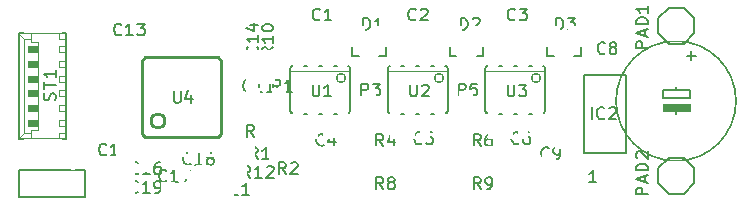
<source format=gbr>
G04 --- HEADER BEGIN --- *
%TF.GenerationSoftware,LibrePCB,LibrePCB,0.1.0*%
%TF.CreationDate,2018-04-15T17:46:50*%
%TF.ProjectId,Demo Brushless Controller Project - default,ace706f3-b818-4ce9-86ab-e3185109c18f,v1*%
%TF.Part,Single*%
%FSLAX66Y66*%
%MOMM*%
G01*
G74*
G04 --- HEADER END --- *
G04 --- APERTURE LIST BEGIN --- *
%ADD10C,0.1524*%
%ADD11C,0.254*%
%ADD12C,1.454X0.946*%
%ADD13C,0.0*%
%ADD14C,10.3124X10.0076*%
%ADD15C,0.2032*%
%ADD16C,0.0508*%
%ADD17C,0.9144X0.6096*%
%ADD18C,0.2*%
%ADD19P,2.74X8X22.5*%
%ADD20R,1.2X1.6*%
%ADD21R,5.28X2.0288*%
%ADD22R,1.3X1.2*%
%ADD23R,1.2X0.4*%
%ADD24R,0.4X1.2*%
%ADD25R,1.2X1.3*%
%ADD26C,2.74*%
%ADD27P,2.74X8X292.5*%
%ADD28R,2.4X3.8*%
%ADD29R,2.435X1.419*%
%ADD30R,0.8604X2.232*%
%ADD31R,1.2X1.2*%
%ADD32R,2.2X1.0*%
%ADD33R,3.2X2.3*%
%ADD34R,2.15X2.7*%
%ADD35C,1.2*%
G04 --- APERTURE LIST END --- *
G04 --- BOARD BEGIN --- *
D10*
X54356000Y15240000D02*
X54356000Y13970000D01*
X56515000Y13081000D02*
X57404000Y13970000D01*
X56515000Y16129000D02*
X57404000Y15240000D01*
X57404000Y15240000D02*
X57404000Y13970000D01*
X54356000Y15240000D02*
X55245000Y16129000D01*
X55245000Y16129000D02*
X56515000Y16129000D01*
X55245000Y13081000D02*
X54356000Y13970000D01*
X56515000Y13081000D02*
X55245000Y13081000D01*
X31267400Y12852400D02*
X31267400Y12039600D01*
X31267400Y12039600D02*
X30708600Y12039600D01*
X28422600Y12039600D02*
X28422600Y12852400D01*
X28981400Y12039600D02*
X28422600Y12039600D01*
X5810250Y101600D02*
X222250Y101600D01*
X222250Y2438400D01*
X5810250Y2438400D01*
X5810250Y101600D01*
D11*
X10595000Y11672500D02*
X10870000Y11947500D01*
X10870000Y11947500D02*
X17070000Y11947500D01*
X17070000Y11947500D02*
X17345000Y11672500D01*
X17345000Y11672500D02*
X17345000Y5472500D01*
X17345000Y5472500D02*
X17070000Y5197500D01*
X17070000Y5197500D02*
X10870000Y5197500D01*
X10870000Y5197500D02*
X10595000Y5472500D01*
X10595000Y5472500D02*
X10595000Y11672500D01*
D12*
X11970000Y6572500D03*
D10*
X55880000Y9398000D02*
X55880000Y9144000D01*
X55880000Y9144000D02*
X54737000Y9144000D01*
X54737000Y9144000D02*
X54737000Y8509000D01*
X54737000Y8509000D02*
X57023000Y8509000D01*
X57023000Y8509000D02*
X57023000Y9144000D01*
X57023000Y9144000D02*
X55880000Y9144000D01*
X55880000Y7620000D02*
X55880000Y7112000D01*
X57531000Y12065000D02*
X56769000Y12065000D01*
X57150000Y11684000D02*
X57150000Y12446000D01*
D13*
X54737000Y8001000D02*
X54737000Y7366000D01*
X57023000Y7366000D01*
X57023000Y8001000D01*
X54737000Y8001000D01*
G36*
X54737000Y8001000D02*
X54737000Y7366000D01*
X57023000Y7366000D01*
X57023000Y8001000D01*
X54737000Y8001000D01*
G37*
D14*
X55880000Y8255000D03*
D15*
X51625500Y10420750D02*
X48069500Y10420750D01*
X48069500Y3866750D01*
X51625500Y3866750D01*
X51625500Y10420750D01*
D10*
X54356000Y2540000D02*
X54356000Y1270000D01*
X56515000Y381000D02*
X57404000Y1270000D01*
X56515000Y3429000D02*
X57404000Y2540000D01*
X57404000Y2540000D02*
X57404000Y1270000D01*
X54356000Y2540000D02*
X55245000Y3429000D01*
X55245000Y3429000D02*
X56515000Y3429000D01*
X55245000Y381000D02*
X54356000Y1270000D01*
X56515000Y381000D02*
X55245000Y381000D01*
D16*
X36512500Y10807700D02*
X31432500Y10807700D01*
D10*
X36512500Y7429500D02*
G02*
X36258500Y7175500I254000J0D01*
G01*
X35369500Y7175500D02*
X35115500Y7175500D01*
X34099500Y7175500D02*
X33845500Y7175500D01*
X32829500Y7175500D02*
X32575500Y7175500D01*
X31686500Y7175500D02*
G02*
X31432500Y7429500I0J254000D01*
G01*
X35369500Y11239500D02*
X35115500Y11239500D01*
X34099500Y11239500D02*
X33845500Y11239500D01*
X32829500Y11239500D02*
X32575500Y11239500D01*
X31686500Y11239500D02*
G03*
X31432500Y10985500I0J254000D01*
G01*
X31432500Y7429500D02*
X31432500Y10985500D01*
X36512500Y7429500D02*
X36512500Y10985500D01*
X36512500Y10985500D02*
G03*
X36258500Y11239500I254000J0D01*
G01*
D17*
X35750500Y10223500D03*
D10*
X39522400Y12852400D02*
X39522400Y12039600D01*
X39522400Y12039600D02*
X38963600Y12039600D01*
X36677600Y12039600D02*
X36677600Y12852400D01*
X37236400Y12039600D02*
X36677600Y12039600D01*
D16*
X28257500Y10807700D02*
X23177500Y10807700D01*
D10*
X28257500Y7429500D02*
G02*
X28003500Y7175500I254000J0D01*
G01*
X27114500Y7175500D02*
X26860500Y7175500D01*
X25844500Y7175500D02*
X25590500Y7175500D01*
X24574500Y7175500D02*
X24320500Y7175500D01*
X23431500Y7175500D02*
G02*
X23177500Y7429500I0J254000D01*
G01*
X27114500Y11239500D02*
X26860500Y11239500D01*
X25844500Y11239500D02*
X25590500Y11239500D01*
X24574500Y11239500D02*
X24320500Y11239500D01*
X23431500Y11239500D02*
G03*
X23177500Y10985500I0J254000D01*
G01*
X23177500Y7429500D02*
X23177500Y10985500D01*
X28257500Y7429500D02*
X28257500Y10985500D01*
X28257500Y10985500D02*
G03*
X28003500Y11239500I254000J0D01*
G01*
D17*
X27495500Y10223500D03*
D16*
X44767500Y10807700D02*
X39687500Y10807700D01*
D10*
X44767500Y7429500D02*
G02*
X44513500Y7175500I254000J0D01*
G01*
X43624500Y7175500D02*
X43370500Y7175500D01*
X42354500Y7175500D02*
X42100500Y7175500D01*
X41084500Y7175500D02*
X40830500Y7175500D01*
X39941500Y7175500D02*
G02*
X39687500Y7429500I0J254000D01*
G01*
X43624500Y11239500D02*
X43370500Y11239500D01*
X42354500Y11239500D02*
X42100500Y11239500D01*
X41084500Y11239500D02*
X40830500Y11239500D01*
X39941500Y11239500D02*
G03*
X39687500Y10985500I0J254000D01*
G01*
X39687500Y7429500D02*
X39687500Y10985500D01*
X44767500Y7429500D02*
X44767500Y10985500D01*
X44767500Y10985500D02*
G03*
X44513500Y11239500I254000J0D01*
G01*
D17*
X44005500Y10223500D03*
D10*
X47777400Y12852400D02*
X47777400Y12039600D01*
X47777400Y12039600D02*
X47218600Y12039600D01*
X44932600Y12039600D02*
X44932600Y12852400D01*
X45491400Y12039600D02*
X44932600Y12039600D01*
D15*
X4232500Y5000000D02*
X4232500Y5525000D01*
X4232500Y5525000D02*
X4232500Y13525000D01*
X4232500Y13525000D02*
X4232500Y14050000D01*
X4232500Y14050000D02*
X232500Y14050000D01*
X232500Y14050000D02*
X232500Y13900000D01*
X232500Y13900000D02*
X232500Y5150000D01*
X232500Y5150000D02*
X232500Y5000000D01*
X232500Y5000000D02*
X4232500Y5000000D01*
D16*
X1232500Y5025000D02*
X1232500Y5525000D01*
X1232500Y5525000D02*
X1232500Y5775000D01*
X1232500Y5775000D02*
X1857500Y5775000D01*
X1857500Y5775000D02*
X1857500Y13275000D01*
X1232500Y13275000D02*
X1232500Y13525000D01*
X1232500Y13525000D02*
X1232500Y14025000D01*
X1232500Y13275000D02*
X1857500Y13275000D01*
X3607500Y5025000D02*
X3607500Y5525000D01*
X3607500Y5525000D02*
X4232500Y5525000D01*
X3607500Y13525000D02*
X3607500Y14025000D01*
X3607500Y13525000D02*
X4232500Y13525000D01*
X1232500Y5525000D02*
X607500Y5525000D01*
X607500Y5525000D02*
X607500Y13525000D01*
X607500Y13525000D02*
X1232500Y13525000D01*
X607500Y5525000D02*
X232500Y5150000D01*
X607500Y13525000D02*
X232500Y13900000D01*
X4107500Y6150000D02*
X3607500Y6150000D01*
X3607500Y6150000D02*
X3607500Y6650000D01*
X3607500Y6650000D02*
X4107500Y6650000D01*
X4107500Y7400000D02*
X3607500Y7400000D01*
X3607500Y7400000D02*
X3607500Y7900000D01*
X3607500Y7900000D02*
X4107500Y7900000D01*
X4107500Y8650000D02*
X3607500Y8650000D01*
X3607500Y8650000D02*
X3607500Y9150000D01*
X3607500Y9150000D02*
X4107500Y9150000D01*
X4107500Y9900000D02*
X3607500Y9900000D01*
X3607500Y9900000D02*
X3607500Y10400000D01*
X3607500Y10400000D02*
X4107500Y10400000D01*
X4107500Y11150000D02*
X3607500Y11150000D01*
X3607500Y11150000D02*
X3607500Y11650000D01*
X3607500Y11650000D02*
X4107500Y11650000D01*
X4107500Y12400000D02*
X3607500Y12400000D01*
X3607500Y12400000D02*
X3607500Y12900000D01*
X3607500Y12900000D02*
X4107500Y12900000D01*
D13*
X1857500Y6150000D02*
X1857500Y6650000D01*
X982500Y6650000D01*
X982500Y6150000D01*
X1857500Y6150000D01*
G36*
X1857500Y6150000D02*
X1857500Y6650000D01*
X982500Y6650000D01*
X982500Y6150000D01*
X1857500Y6150000D01*
G37*
X1857500Y7400000D02*
X1857500Y7900000D01*
X982500Y7900000D01*
X982500Y7400000D01*
X1857500Y7400000D01*
G36*
X1857500Y7400000D02*
X1857500Y7900000D01*
X982500Y7900000D01*
X982500Y7400000D01*
X1857500Y7400000D01*
G37*
X1857500Y8650000D02*
X1857500Y9150000D01*
X982500Y9150000D01*
X982500Y8650000D01*
X1857500Y8650000D01*
G36*
X1857500Y8650000D02*
X1857500Y9150000D01*
X982500Y9150000D01*
X982500Y8650000D01*
X1857500Y8650000D01*
G37*
X1857500Y9900000D02*
X1857500Y10400000D01*
X982500Y10400000D01*
X982500Y9900000D01*
X1857500Y9900000D01*
G36*
X1857500Y9900000D02*
X1857500Y10400000D01*
X982500Y10400000D01*
X982500Y9900000D01*
X1857500Y9900000D01*
G37*
X1857500Y11150000D02*
X1857500Y11650000D01*
X982500Y11650000D01*
X982500Y11150000D01*
X1857500Y11150000D01*
G36*
X1857500Y11150000D02*
X1857500Y11650000D01*
X982500Y11650000D01*
X982500Y11150000D01*
X1857500Y11150000D01*
G37*
X1857500Y12400000D02*
X1857500Y12900000D01*
X982500Y12900000D01*
X982500Y12400000D01*
X1857500Y12400000D01*
G36*
X1857500Y12400000D02*
X1857500Y12900000D01*
X982500Y12900000D01*
X982500Y12400000D01*
X1857500Y12400000D01*
G37*
D18*
X53467000Y12731750D02*
X52467000Y12731750D01*
X52467000Y13112861D01*
X52514778Y13208417D01*
X52562556Y13255083D01*
X52657000Y13302861D01*
X52800333Y13302861D01*
X52895889Y13255083D01*
X52943667Y13208417D01*
X52990333Y13112861D01*
X52990333Y12731750D01*
X53181444Y13798417D02*
X53181444Y14273972D01*
X53467000Y13702861D02*
X52467000Y14036194D01*
X53467000Y14369528D01*
X53467000Y14769528D02*
X52467000Y14769528D01*
X52467000Y15007306D01*
X52514778Y15150639D01*
X52610333Y15246195D01*
X52704778Y15292861D01*
X52895889Y15340639D01*
X53038111Y15340639D01*
X53229222Y15292861D01*
X53323667Y15246195D01*
X53419222Y15150639D01*
X53467000Y15007306D01*
X53467000Y14769528D01*
X53467000Y16311750D02*
X53467000Y15740639D01*
X53467000Y16026195D02*
X52467000Y16026195D01*
X52610333Y15930639D01*
X52704778Y15836195D01*
X52752556Y15740639D01*
X29368750Y14287500D02*
X29368750Y15287500D01*
X29606528Y15287500D01*
X29749861Y15239722D01*
X29845417Y15144167D01*
X29892083Y15049722D01*
X29939861Y14858611D01*
X29939861Y14716389D01*
X29892083Y14525278D01*
X29845417Y14430833D01*
X29749861Y14335278D01*
X29606528Y14287500D01*
X29368750Y14287500D01*
X30910972Y14287500D02*
X30339861Y14287500D01*
X30625417Y14287500D02*
X30625417Y15287500D01*
X30529861Y15144167D01*
X30435417Y15049722D01*
X30339861Y15001944D01*
X1587500Y730250D02*
X1587500Y1730250D01*
X1968611Y1730250D01*
X2064167Y1682472D01*
X2110833Y1634694D01*
X2158611Y1540250D01*
X2158611Y1396917D01*
X2110833Y1301361D01*
X2064167Y1253583D01*
X1968611Y1206917D01*
X1587500Y1206917D01*
X2654167Y1015806D02*
X3129722Y1015806D01*
X2558611Y730250D02*
X2891944Y1730250D01*
X3225278Y730250D01*
X3625278Y730250D02*
X3625278Y1730250D01*
X3863056Y1730250D01*
X4006389Y1682472D01*
X4101945Y1586917D01*
X4148611Y1492472D01*
X4196389Y1301361D01*
X4196389Y1159139D01*
X4148611Y968028D01*
X4101945Y873583D01*
X4006389Y778028D01*
X3863056Y730250D01*
X3625278Y730250D01*
X5073056Y1730250D02*
X4881945Y1730250D01*
X4786389Y1682472D01*
X4739722Y1634694D01*
X4644167Y1492472D01*
X4596389Y1301361D01*
X4596389Y920250D01*
X4644167Y825806D01*
X4691945Y778028D01*
X4786389Y730250D01*
X4977500Y730250D01*
X5073056Y778028D01*
X5119722Y825806D01*
X5167500Y920250D01*
X5167500Y1159139D01*
X5119722Y1253583D01*
X5073056Y1301361D01*
X4977500Y1349139D01*
X4786389Y1349139D01*
X4691945Y1301361D01*
X4644167Y1253583D01*
X4596389Y1159139D01*
X10302639Y571806D02*
X10254861Y524028D01*
X10112639Y476250D01*
X10017083Y476250D01*
X9873750Y524028D01*
X9779306Y619583D01*
X9731528Y714028D01*
X9683750Y905139D01*
X9683750Y1047361D01*
X9731528Y1238472D01*
X9779306Y1332917D01*
X9873750Y1428472D01*
X10017083Y1476250D01*
X10112639Y1476250D01*
X10254861Y1428472D01*
X10302639Y1380694D01*
X11273750Y476250D02*
X10702639Y476250D01*
X10988195Y476250D02*
X10988195Y1476250D01*
X10892639Y1332917D01*
X10798195Y1238472D01*
X10702639Y1190694D01*
X11769306Y476250D02*
X11959306Y476250D01*
X12054861Y524028D01*
X12102639Y571806D01*
X12197083Y714028D01*
X12244861Y905139D01*
X12244861Y1286250D01*
X12197083Y1380694D01*
X12150417Y1428472D01*
X12054861Y1476250D01*
X11863750Y1476250D01*
X11769306Y1428472D01*
X11721528Y1380694D01*
X11673750Y1286250D01*
X11673750Y1047361D01*
X11721528Y952917D01*
X11769306Y905139D01*
X11863750Y857361D01*
X12054861Y857361D01*
X12150417Y905139D01*
X12197083Y952917D01*
X12244861Y1047361D01*
X13335000Y9096250D02*
X13335000Y8286250D01*
X13382778Y8191806D01*
X13430556Y8144028D01*
X13525000Y8096250D01*
X13716111Y8096250D01*
X13811667Y8144028D01*
X13858333Y8191806D01*
X13906111Y8286250D01*
X13906111Y9096250D01*
X14782778Y8762917D02*
X14782778Y8096250D01*
X14543889Y9144028D02*
X14306111Y8429583D01*
X14925000Y8429583D01*
X39306111Y793750D02*
X38972778Y1270417D01*
X38735000Y793750D02*
X38735000Y1793750D01*
X39116111Y1793750D01*
X39211667Y1745972D01*
X39258333Y1698194D01*
X39306111Y1603750D01*
X39306111Y1460417D01*
X39258333Y1364861D01*
X39211667Y1317083D01*
X39116111Y1270417D01*
X38735000Y1270417D01*
X39801667Y793750D02*
X39991667Y793750D01*
X40087222Y841528D01*
X40135000Y889306D01*
X40229444Y1031528D01*
X40277222Y1222639D01*
X40277222Y1603750D01*
X40229444Y1698194D01*
X40182778Y1745972D01*
X40087222Y1793750D01*
X39896111Y1793750D01*
X39801667Y1745972D01*
X39753889Y1698194D01*
X39706111Y1603750D01*
X39706111Y1364861D01*
X39753889Y1270417D01*
X39801667Y1222639D01*
X39896111Y1174861D01*
X40087222Y1174861D01*
X40182778Y1222639D01*
X40229444Y1270417D01*
X40277222Y1364861D01*
X55800389Y5061256D02*
X55752611Y5013478D01*
X55610389Y4965700D01*
X55514833Y4965700D01*
X55371500Y5013478D01*
X55277056Y5109033D01*
X55229278Y5203478D01*
X55181500Y5394589D01*
X55181500Y5536811D01*
X55229278Y5727922D01*
X55277056Y5822367D01*
X55371500Y5917922D01*
X55514833Y5965700D01*
X55610389Y5965700D01*
X55752611Y5917922D01*
X55800389Y5870144D01*
X56200389Y5965700D02*
X56867056Y5965700D01*
X56438167Y4965700D01*
X49831389Y12319306D02*
X49783611Y12271528D01*
X49641389Y12223750D01*
X49545833Y12223750D01*
X49402500Y12271528D01*
X49308056Y12367083D01*
X49260278Y12461528D01*
X49212500Y12652639D01*
X49212500Y12794861D01*
X49260278Y12985972D01*
X49308056Y13080417D01*
X49402500Y13175972D01*
X49545833Y13223750D01*
X49641389Y13223750D01*
X49783611Y13175972D01*
X49831389Y13128194D01*
X50421389Y12794861D02*
X50326945Y12842639D01*
X50279167Y12890417D01*
X50231389Y12985972D01*
X50231389Y13033750D01*
X50279167Y13128194D01*
X50326945Y13175972D01*
X50421389Y13223750D01*
X50612500Y13223750D01*
X50708056Y13175972D01*
X50754722Y13128194D01*
X50802500Y13033750D01*
X50802500Y12985972D01*
X50754722Y12890417D01*
X50708056Y12842639D01*
X50612500Y12794861D01*
X50421389Y12794861D01*
X50326945Y12747083D01*
X50279167Y12700417D01*
X50231389Y12604861D01*
X50231389Y12413750D01*
X50279167Y12319306D01*
X50326945Y12271528D01*
X50421389Y12223750D01*
X50612500Y12223750D01*
X50708056Y12271528D01*
X50754722Y12319306D01*
X50802500Y12413750D01*
X50802500Y12604861D01*
X50754722Y12700417D01*
X50708056Y12747083D01*
X50612500Y12794861D01*
X19827639Y9144306D02*
X19779861Y9096528D01*
X19637639Y9048750D01*
X19542083Y9048750D01*
X19398750Y9096528D01*
X19304306Y9192083D01*
X19256528Y9286528D01*
X19208750Y9477639D01*
X19208750Y9619861D01*
X19256528Y9810972D01*
X19304306Y9905417D01*
X19398750Y10000972D01*
X19542083Y10048750D01*
X19637639Y10048750D01*
X19779861Y10000972D01*
X19827639Y9953194D01*
X20798750Y9048750D02*
X20227639Y9048750D01*
X20513195Y9048750D02*
X20513195Y10048750D01*
X20417639Y9905417D01*
X20323195Y9810972D01*
X20227639Y9763194D01*
X21769861Y9048750D02*
X21198750Y9048750D01*
X21484306Y9048750D02*
X21484306Y10048750D01*
X21388750Y9905417D01*
X21294306Y9810972D01*
X21198750Y9763194D01*
X39306111Y4445000D02*
X38972778Y4921667D01*
X38735000Y4445000D02*
X38735000Y5445000D01*
X39116111Y5445000D01*
X39211667Y5397222D01*
X39258333Y5349444D01*
X39306111Y5255000D01*
X39306111Y5111667D01*
X39258333Y5016111D01*
X39211667Y4968333D01*
X39116111Y4921667D01*
X38735000Y4921667D01*
X40182778Y5445000D02*
X39991667Y5445000D01*
X39896111Y5397222D01*
X39849444Y5349444D01*
X39753889Y5207222D01*
X39706111Y5016111D01*
X39706111Y4635000D01*
X39753889Y4540556D01*
X39801667Y4492778D01*
X39896111Y4445000D01*
X40087222Y4445000D01*
X40182778Y4492778D01*
X40229444Y4540556D01*
X40277222Y4635000D01*
X40277222Y4873889D01*
X40229444Y4968333D01*
X40182778Y5016111D01*
X40087222Y5063889D01*
X39896111Y5063889D01*
X39801667Y5016111D01*
X39753889Y4968333D01*
X39706111Y4873889D01*
X20383194Y12842639D02*
X20430972Y12794861D01*
X20478750Y12652639D01*
X20478750Y12557083D01*
X20430972Y12413750D01*
X20335417Y12319306D01*
X20240972Y12271528D01*
X20049861Y12223750D01*
X19907639Y12223750D01*
X19716528Y12271528D01*
X19622083Y12319306D01*
X19526528Y12413750D01*
X19478750Y12557083D01*
X19478750Y12652639D01*
X19526528Y12794861D01*
X19574306Y12842639D01*
X20478750Y13813750D02*
X20478750Y13242639D01*
X20478750Y13528195D02*
X19478750Y13528195D01*
X19622083Y13432639D01*
X19716528Y13338195D01*
X19764306Y13242639D01*
X19812083Y14690417D02*
X20478750Y14690417D01*
X19430972Y14451528D02*
X20145417Y14213750D01*
X20145417Y14832639D01*
X22319861Y9048750D02*
X21986528Y9525417D01*
X21748750Y9048750D02*
X21748750Y10048750D01*
X22129861Y10048750D01*
X22225417Y10000972D01*
X22272083Y9953194D01*
X22319861Y9858750D01*
X22319861Y9715417D01*
X22272083Y9619861D01*
X22225417Y9572083D01*
X22129861Y9525417D01*
X21748750Y9525417D01*
X23290972Y9048750D02*
X22719861Y9048750D01*
X23005417Y9048750D02*
X23005417Y10048750D01*
X22909861Y9905417D01*
X22815417Y9810972D01*
X22719861Y9763194D01*
X42528889Y4699306D02*
X42481111Y4651528D01*
X42338889Y4603750D01*
X42243333Y4603750D01*
X42100000Y4651528D01*
X42005556Y4747083D01*
X41957778Y4841528D01*
X41910000Y5032639D01*
X41910000Y5174861D01*
X41957778Y5365972D01*
X42005556Y5460417D01*
X42100000Y5555972D01*
X42243333Y5603750D01*
X42338889Y5603750D01*
X42481111Y5555972D01*
X42528889Y5508194D01*
X43405556Y5603750D02*
X43214445Y5603750D01*
X43118889Y5555972D01*
X43072222Y5508194D01*
X42976667Y5365972D01*
X42928889Y5174861D01*
X42928889Y4793750D01*
X42976667Y4699306D01*
X43024445Y4651528D01*
X43118889Y4603750D01*
X43310000Y4603750D01*
X43405556Y4651528D01*
X43452222Y4699306D01*
X43500000Y4793750D01*
X43500000Y5032639D01*
X43452222Y5127083D01*
X43405556Y5174861D01*
X43310000Y5222639D01*
X43118889Y5222639D01*
X43024445Y5174861D01*
X42976667Y5127083D01*
X42928889Y5032639D01*
X7603889Y3746806D02*
X7556111Y3699028D01*
X7413889Y3651250D01*
X7318333Y3651250D01*
X7175000Y3699028D01*
X7080556Y3794583D01*
X7032778Y3889028D01*
X6985000Y4080139D01*
X6985000Y4222361D01*
X7032778Y4413472D01*
X7080556Y4507917D01*
X7175000Y4603472D01*
X7318333Y4651250D01*
X7413889Y4651250D01*
X7556111Y4603472D01*
X7603889Y4555694D01*
X8575000Y3651250D02*
X8003889Y3651250D01*
X8289445Y3651250D02*
X8289445Y4651250D01*
X8193889Y4507917D01*
X8099445Y4413472D01*
X8003889Y4365694D01*
X9498333Y4651250D02*
X9022778Y4651250D01*
X8975000Y4174583D01*
X9022778Y4222361D01*
X9118333Y4270139D01*
X9356111Y4270139D01*
X9451667Y4222361D01*
X9498333Y4174583D01*
X9546111Y4080139D01*
X9546111Y3841250D01*
X9498333Y3746806D01*
X9451667Y3699028D01*
X9356111Y3651250D01*
X9118333Y3651250D01*
X9022778Y3699028D01*
X8975000Y3746806D01*
X20414861Y3333750D02*
X20081528Y3810417D01*
X19843750Y3333750D02*
X19843750Y4333750D01*
X20224861Y4333750D01*
X20320417Y4285972D01*
X20367083Y4238194D01*
X20414861Y4143750D01*
X20414861Y4000417D01*
X20367083Y3904861D01*
X20320417Y3857083D01*
X20224861Y3810417D01*
X19843750Y3810417D01*
X21385972Y3333750D02*
X20814861Y3333750D01*
X21100417Y3333750D02*
X21100417Y4333750D01*
X21004861Y4190417D01*
X20910417Y4095972D01*
X20814861Y4048194D01*
X22357083Y3333750D02*
X21785972Y3333750D01*
X22071528Y3333750D02*
X22071528Y4333750D01*
X21975972Y4190417D01*
X21881528Y4095972D01*
X21785972Y4048194D01*
X48736250Y6718300D02*
X48736250Y7718300D01*
X49755139Y6813856D02*
X49707361Y6766078D01*
X49565139Y6718300D01*
X49469583Y6718300D01*
X49326250Y6766078D01*
X49231806Y6861633D01*
X49184028Y6956078D01*
X49136250Y7147189D01*
X49136250Y7289411D01*
X49184028Y7480522D01*
X49231806Y7574967D01*
X49326250Y7670522D01*
X49469583Y7718300D01*
X49565139Y7718300D01*
X49707361Y7670522D01*
X49755139Y7622744D01*
X50202917Y7622744D02*
X50250695Y7670522D01*
X50345139Y7718300D01*
X50584028Y7718300D01*
X50678472Y7670522D01*
X50726250Y7622744D01*
X50774028Y7528300D01*
X50774028Y7432744D01*
X50726250Y7289411D01*
X50155139Y6718300D01*
X50774028Y6718300D01*
X29781111Y8731250D02*
X29447778Y9207917D01*
X29210000Y8731250D02*
X29210000Y9731250D01*
X29591111Y9731250D01*
X29686667Y9683472D01*
X29733333Y9635694D01*
X29781111Y9541250D01*
X29781111Y9397917D01*
X29733333Y9302361D01*
X29686667Y9254583D01*
X29591111Y9207917D01*
X29210000Y9207917D01*
X30181111Y9731250D02*
X30800000Y9731250D01*
X30466667Y9350139D01*
X30610000Y9350139D01*
X30704444Y9302361D01*
X30752222Y9254583D01*
X30800000Y9160139D01*
X30800000Y8921250D01*
X30752222Y8826806D01*
X30704444Y8779028D01*
X30610000Y8731250D01*
X30324444Y8731250D01*
X30228889Y8779028D01*
X30181111Y8826806D01*
X12683889Y1524306D02*
X12636111Y1476528D01*
X12493889Y1428750D01*
X12398333Y1428750D01*
X12255000Y1476528D01*
X12160556Y1572083D01*
X12112778Y1666528D01*
X12065000Y1857639D01*
X12065000Y1999861D01*
X12112778Y2190972D01*
X12160556Y2285417D01*
X12255000Y2380972D01*
X12398333Y2428750D01*
X12493889Y2428750D01*
X12636111Y2380972D01*
X12683889Y2333194D01*
X13655000Y1428750D02*
X13083889Y1428750D01*
X13369445Y1428750D02*
X13369445Y2428750D01*
X13273889Y2285417D01*
X13179445Y2190972D01*
X13083889Y2143194D01*
X14055000Y2428750D02*
X14721667Y2428750D01*
X14292778Y1428750D01*
X25701389Y15176806D02*
X25653611Y15129028D01*
X25511389Y15081250D01*
X25415833Y15081250D01*
X25272500Y15129028D01*
X25178056Y15224583D01*
X25130278Y15319028D01*
X25082500Y15510139D01*
X25082500Y15652361D01*
X25130278Y15843472D01*
X25178056Y15937917D01*
X25272500Y16033472D01*
X25415833Y16081250D01*
X25511389Y16081250D01*
X25653611Y16033472D01*
X25701389Y15985694D01*
X26672500Y15081250D02*
X26101389Y15081250D01*
X26386945Y15081250D02*
X26386945Y16081250D01*
X26291389Y15937917D01*
X26196945Y15843472D01*
X26101389Y15795694D01*
X19779861Y1746250D02*
X19446528Y2222917D01*
X19208750Y1746250D02*
X19208750Y2746250D01*
X19589861Y2746250D01*
X19685417Y2698472D01*
X19732083Y2650694D01*
X19779861Y2556250D01*
X19779861Y2412917D01*
X19732083Y2317361D01*
X19685417Y2269583D01*
X19589861Y2222917D01*
X19208750Y2222917D01*
X20750972Y1746250D02*
X20179861Y1746250D01*
X20465417Y1746250D02*
X20465417Y2746250D01*
X20369861Y2602917D01*
X20275417Y2508472D01*
X20179861Y2460694D01*
X21198750Y2650694D02*
X21246528Y2698472D01*
X21340972Y2746250D01*
X21579861Y2746250D01*
X21674305Y2698472D01*
X21722083Y2650694D01*
X21769861Y2556250D01*
X21769861Y2460694D01*
X21722083Y2317361D01*
X21150972Y1746250D01*
X21769861Y1746250D01*
X53467000Y349250D02*
X52467000Y349250D01*
X52467000Y730361D01*
X52514778Y825917D01*
X52562556Y872583D01*
X52657000Y920361D01*
X52800333Y920361D01*
X52895889Y872583D01*
X52943667Y825917D01*
X52990333Y730361D01*
X52990333Y349250D01*
X53181444Y1415917D02*
X53181444Y1891472D01*
X53467000Y1320361D02*
X52467000Y1653694D01*
X53467000Y1987028D01*
X53467000Y2387028D02*
X52467000Y2387028D01*
X52467000Y2624806D01*
X52514778Y2768139D01*
X52610333Y2863695D01*
X52704778Y2910361D01*
X52895889Y2958139D01*
X53038111Y2958139D01*
X53229222Y2910361D01*
X53323667Y2863695D01*
X53419222Y2768139D01*
X53467000Y2624806D01*
X53467000Y2387028D01*
X52562556Y3405917D02*
X52514778Y3453695D01*
X52467000Y3548139D01*
X52467000Y3787028D01*
X52514778Y3881472D01*
X52562556Y3929250D01*
X52657000Y3977028D01*
X52752556Y3977028D01*
X52895889Y3929250D01*
X53467000Y3358139D01*
X53467000Y3977028D01*
X21748750Y12794861D02*
X21272083Y12461528D01*
X21748750Y12223750D02*
X20748750Y12223750D01*
X20748750Y12604861D01*
X20796528Y12700417D01*
X20844306Y12747083D01*
X20938750Y12794861D01*
X21082083Y12794861D01*
X21177639Y12747083D01*
X21225417Y12700417D01*
X21272083Y12604861D01*
X21272083Y12223750D01*
X21748750Y13765972D02*
X21748750Y13194861D01*
X21748750Y13480417D02*
X20748750Y13480417D01*
X20892083Y13384861D01*
X20986528Y13290417D01*
X21034306Y13194861D01*
X20748750Y14403750D02*
X20748750Y14499305D01*
X20796528Y14594861D01*
X20844306Y14642639D01*
X20938750Y14689305D01*
X21129861Y14737083D01*
X21367639Y14737083D01*
X21558750Y14689305D01*
X21653194Y14642639D01*
X21700972Y14594861D01*
X21748750Y14499305D01*
X21748750Y14403750D01*
X21700972Y14309305D01*
X21653194Y14261528D01*
X21558750Y14213750D01*
X21367639Y14165972D01*
X21129861Y14165972D01*
X20938750Y14213750D01*
X20844306Y14261528D01*
X20796528Y14309305D01*
X20748750Y14403750D01*
X45068889Y3429306D02*
X45021111Y3381528D01*
X44878889Y3333750D01*
X44783333Y3333750D01*
X44640000Y3381528D01*
X44545556Y3477083D01*
X44497778Y3571528D01*
X44450000Y3762639D01*
X44450000Y3904861D01*
X44497778Y4095972D01*
X44545556Y4190417D01*
X44640000Y4285972D01*
X44783333Y4333750D01*
X44878889Y4333750D01*
X45021111Y4285972D01*
X45068889Y4238194D01*
X45564445Y3333750D02*
X45754445Y3333750D01*
X45850000Y3381528D01*
X45897778Y3429306D01*
X45992222Y3571528D01*
X46040000Y3762639D01*
X46040000Y4143750D01*
X45992222Y4238194D01*
X45945556Y4285972D01*
X45850000Y4333750D01*
X45658889Y4333750D01*
X45564445Y4285972D01*
X45516667Y4238194D01*
X45468889Y4143750D01*
X45468889Y3904861D01*
X45516667Y3810417D01*
X45564445Y3762639D01*
X45658889Y3714861D01*
X45850000Y3714861D01*
X45945556Y3762639D01*
X45992222Y3810417D01*
X46040000Y3904861D01*
X42211389Y15176806D02*
X42163611Y15129028D01*
X42021389Y15081250D01*
X41925833Y15081250D01*
X41782500Y15129028D01*
X41688056Y15224583D01*
X41640278Y15319028D01*
X41592500Y15510139D01*
X41592500Y15652361D01*
X41640278Y15843472D01*
X41688056Y15937917D01*
X41782500Y16033472D01*
X41925833Y16081250D01*
X42021389Y16081250D01*
X42163611Y16033472D01*
X42211389Y15985694D01*
X42611389Y16081250D02*
X43230278Y16081250D01*
X42896945Y15700139D01*
X43040278Y15700139D01*
X43134722Y15652361D01*
X43182500Y15604583D01*
X43230278Y15510139D01*
X43230278Y15271250D01*
X43182500Y15176806D01*
X43134722Y15129028D01*
X43040278Y15081250D01*
X42754722Y15081250D01*
X42659167Y15129028D01*
X42611389Y15176806D01*
X26018889Y4540556D02*
X25971111Y4492778D01*
X25828889Y4445000D01*
X25733333Y4445000D01*
X25590000Y4492778D01*
X25495556Y4588333D01*
X25447778Y4682778D01*
X25400000Y4873889D01*
X25400000Y5016111D01*
X25447778Y5207222D01*
X25495556Y5301667D01*
X25590000Y5397222D01*
X25733333Y5445000D01*
X25828889Y5445000D01*
X25971111Y5397222D01*
X26018889Y5349444D01*
X26895556Y5111667D02*
X26895556Y4445000D01*
X26656667Y5492778D02*
X26418889Y4778333D01*
X27037778Y4778333D01*
X38036111Y8731250D02*
X37702778Y9207917D01*
X37465000Y8731250D02*
X37465000Y9731250D01*
X37846111Y9731250D01*
X37941667Y9683472D01*
X37988333Y9635694D01*
X38036111Y9541250D01*
X38036111Y9397917D01*
X37988333Y9302361D01*
X37941667Y9254583D01*
X37846111Y9207917D01*
X37465000Y9207917D01*
X38959444Y9731250D02*
X38483889Y9731250D01*
X38436111Y9254583D01*
X38483889Y9302361D01*
X38579444Y9350139D01*
X38817222Y9350139D01*
X38912778Y9302361D01*
X38959444Y9254583D01*
X39007222Y9160139D01*
X39007222Y8921250D01*
X38959444Y8826806D01*
X38912778Y8779028D01*
X38817222Y8731250D01*
X38579444Y8731250D01*
X38483889Y8779028D01*
X38436111Y8826806D01*
X33337500Y9636000D02*
X33337500Y8826000D01*
X33385278Y8731556D01*
X33433056Y8683778D01*
X33527500Y8636000D01*
X33718611Y8636000D01*
X33814167Y8683778D01*
X33860833Y8731556D01*
X33908611Y8826000D01*
X33908611Y9636000D01*
X34356389Y9540444D02*
X34404167Y9588222D01*
X34498611Y9636000D01*
X34737500Y9636000D01*
X34831944Y9588222D01*
X34879722Y9540444D01*
X34927500Y9446000D01*
X34927500Y9350444D01*
X34879722Y9207111D01*
X34308611Y8636000D01*
X34927500Y8636000D01*
X22796111Y2063750D02*
X22462778Y2540417D01*
X22225000Y2063750D02*
X22225000Y3063750D01*
X22606111Y3063750D01*
X22701667Y3015972D01*
X22748333Y2968194D01*
X22796111Y2873750D01*
X22796111Y2730417D01*
X22748333Y2634861D01*
X22701667Y2587083D01*
X22606111Y2540417D01*
X22225000Y2540417D01*
X23243889Y2968194D02*
X23291667Y3015972D01*
X23386111Y3063750D01*
X23625000Y3063750D01*
X23719444Y3015972D01*
X23767222Y2968194D01*
X23815000Y2873750D01*
X23815000Y2778194D01*
X23767222Y2634861D01*
X23196111Y2063750D01*
X23815000Y2063750D01*
X10302639Y2159306D02*
X10254861Y2111528D01*
X10112639Y2063750D01*
X10017083Y2063750D01*
X9873750Y2111528D01*
X9779306Y2207083D01*
X9731528Y2301528D01*
X9683750Y2492639D01*
X9683750Y2634861D01*
X9731528Y2825972D01*
X9779306Y2920417D01*
X9873750Y3015972D01*
X10017083Y3063750D01*
X10112639Y3063750D01*
X10254861Y3015972D01*
X10302639Y2968194D01*
X11273750Y2063750D02*
X10702639Y2063750D01*
X10988195Y2063750D02*
X10988195Y3063750D01*
X10892639Y2920417D01*
X10798195Y2825972D01*
X10702639Y2778194D01*
X12150417Y3063750D02*
X11959306Y3063750D01*
X11863750Y3015972D01*
X11817083Y2968194D01*
X11721528Y2825972D01*
X11673750Y2634861D01*
X11673750Y2253750D01*
X11721528Y2159306D01*
X11769306Y2111528D01*
X11863750Y2063750D01*
X12054861Y2063750D01*
X12150417Y2111528D01*
X12197083Y2159306D01*
X12244861Y2253750D01*
X12244861Y2492639D01*
X12197083Y2587083D01*
X12150417Y2634861D01*
X12054861Y2682639D01*
X11863750Y2682639D01*
X11769306Y2634861D01*
X11721528Y2587083D01*
X11673750Y2492639D01*
X37623750Y14287500D02*
X37623750Y15287500D01*
X37861528Y15287500D01*
X38004861Y15239722D01*
X38100417Y15144167D01*
X38147083Y15049722D01*
X38194861Y14858611D01*
X38194861Y14716389D01*
X38147083Y14525278D01*
X38100417Y14430833D01*
X38004861Y14335278D01*
X37861528Y14287500D01*
X37623750Y14287500D01*
X38642639Y15191944D02*
X38690417Y15239722D01*
X38784861Y15287500D01*
X39023750Y15287500D01*
X39118194Y15239722D01*
X39165972Y15191944D01*
X39213750Y15097500D01*
X39213750Y15001944D01*
X39165972Y14858611D01*
X38594861Y14287500D01*
X39213750Y14287500D01*
X34273889Y4699306D02*
X34226111Y4651528D01*
X34083889Y4603750D01*
X33988333Y4603750D01*
X33845000Y4651528D01*
X33750556Y4747083D01*
X33702778Y4841528D01*
X33655000Y5032639D01*
X33655000Y5174861D01*
X33702778Y5365972D01*
X33750556Y5460417D01*
X33845000Y5555972D01*
X33988333Y5603750D01*
X34083889Y5603750D01*
X34226111Y5555972D01*
X34273889Y5508194D01*
X35197222Y5603750D02*
X34721667Y5603750D01*
X34673889Y5127083D01*
X34721667Y5174861D01*
X34817222Y5222639D01*
X35055000Y5222639D01*
X35150556Y5174861D01*
X35197222Y5127083D01*
X35245000Y5032639D01*
X35245000Y4793750D01*
X35197222Y4699306D01*
X35150556Y4651528D01*
X35055000Y4603750D01*
X34817222Y4603750D01*
X34721667Y4651528D01*
X34673889Y4699306D01*
X25082500Y9636000D02*
X25082500Y8826000D01*
X25130278Y8731556D01*
X25178056Y8683778D01*
X25272500Y8636000D01*
X25463611Y8636000D01*
X25559167Y8683778D01*
X25605833Y8731556D01*
X25653611Y8826000D01*
X25653611Y9636000D01*
X26624722Y8636000D02*
X26053611Y8636000D01*
X26339167Y8636000D02*
X26339167Y9636000D01*
X26243611Y9492667D01*
X26149167Y9398222D01*
X26053611Y9350444D01*
X41592500Y9636000D02*
X41592500Y8826000D01*
X41640278Y8731556D01*
X41688056Y8683778D01*
X41782500Y8636000D01*
X41973611Y8636000D01*
X42069167Y8683778D01*
X42115833Y8731556D01*
X42163611Y8826000D01*
X42163611Y9636000D01*
X42563611Y9636000D02*
X43182500Y9636000D01*
X42849167Y9254889D01*
X42992500Y9254889D01*
X43086944Y9207111D01*
X43134722Y9159333D01*
X43182500Y9064889D01*
X43182500Y8826000D01*
X43134722Y8731556D01*
X43086944Y8683778D01*
X42992500Y8636000D01*
X42706944Y8636000D01*
X42611389Y8683778D01*
X42563611Y8731556D01*
X18732917Y317500D02*
X18256250Y317500D01*
X18256250Y1317500D01*
X19704028Y317500D02*
X19132917Y317500D01*
X19418473Y317500D02*
X19418473Y1317500D01*
X19322917Y1174167D01*
X19228473Y1079722D01*
X19132917Y1031944D01*
X45720000Y14287500D02*
X45720000Y15287500D01*
X45957778Y15287500D01*
X46101111Y15239722D01*
X46196667Y15144167D01*
X46243333Y15049722D01*
X46291111Y14858611D01*
X46291111Y14716389D01*
X46243333Y14525278D01*
X46196667Y14430833D01*
X46101111Y14335278D01*
X45957778Y14287500D01*
X45720000Y14287500D01*
X46691111Y15287500D02*
X47310000Y15287500D01*
X46976667Y14906389D01*
X47120000Y14906389D01*
X47214444Y14858611D01*
X47262222Y14810833D01*
X47310000Y14716389D01*
X47310000Y14477500D01*
X47262222Y14383056D01*
X47214444Y14335278D01*
X47120000Y14287500D01*
X46834444Y14287500D01*
X46738889Y14335278D01*
X46691111Y14383056D01*
X8873889Y13906806D02*
X8826111Y13859028D01*
X8683889Y13811250D01*
X8588333Y13811250D01*
X8445000Y13859028D01*
X8350556Y13954583D01*
X8302778Y14049028D01*
X8255000Y14240139D01*
X8255000Y14382361D01*
X8302778Y14573472D01*
X8350556Y14667917D01*
X8445000Y14763472D01*
X8588333Y14811250D01*
X8683889Y14811250D01*
X8826111Y14763472D01*
X8873889Y14715694D01*
X9845000Y13811250D02*
X9273889Y13811250D01*
X9559445Y13811250D02*
X9559445Y14811250D01*
X9463889Y14667917D01*
X9369445Y14573472D01*
X9273889Y14525694D01*
X10245000Y14811250D02*
X10863889Y14811250D01*
X10530556Y14430139D01*
X10673889Y14430139D01*
X10768333Y14382361D01*
X10816111Y14334583D01*
X10863889Y14240139D01*
X10863889Y14001250D01*
X10816111Y13906806D01*
X10768333Y13859028D01*
X10673889Y13811250D01*
X10388333Y13811250D01*
X10292778Y13859028D01*
X10245000Y13906806D01*
X3268472Y8325000D02*
X3316250Y8468333D01*
X3316250Y8706111D01*
X3268472Y8801667D01*
X3220694Y8848333D01*
X3126250Y8896111D01*
X3030694Y8896111D01*
X2935139Y8848333D01*
X2887361Y8801667D01*
X2839583Y8706111D01*
X2792917Y8515000D01*
X2745139Y8420556D01*
X2697361Y8372778D01*
X2601806Y8325000D01*
X2506250Y8325000D01*
X2411806Y8372778D01*
X2364028Y8420556D01*
X2316250Y8515000D01*
X2316250Y8753889D01*
X2364028Y8896111D01*
X2316250Y9296111D02*
X2316250Y9867222D01*
X3316250Y9581667D02*
X2316250Y9581667D01*
X3316250Y10838333D02*
X3316250Y10267222D01*
X3316250Y10552778D02*
X2316250Y10552778D01*
X2459583Y10457222D01*
X2554028Y10362778D01*
X2601806Y10267222D01*
X31051111Y793750D02*
X30717778Y1270417D01*
X30480000Y793750D02*
X30480000Y1793750D01*
X30861111Y1793750D01*
X30956667Y1745972D01*
X31003333Y1698194D01*
X31051111Y1603750D01*
X31051111Y1460417D01*
X31003333Y1364861D01*
X30956667Y1317083D01*
X30861111Y1270417D01*
X30480000Y1270417D01*
X31641111Y1364861D02*
X31546667Y1412639D01*
X31498889Y1460417D01*
X31451111Y1555972D01*
X31451111Y1603750D01*
X31498889Y1698194D01*
X31546667Y1745972D01*
X31641111Y1793750D01*
X31832222Y1793750D01*
X31927778Y1745972D01*
X31974444Y1698194D01*
X32022222Y1603750D01*
X32022222Y1555972D01*
X31974444Y1460417D01*
X31927778Y1412639D01*
X31832222Y1364861D01*
X31641111Y1364861D01*
X31546667Y1317083D01*
X31498889Y1270417D01*
X31451111Y1174861D01*
X31451111Y983750D01*
X31498889Y889306D01*
X31546667Y841528D01*
X31641111Y793750D01*
X31832222Y793750D01*
X31927778Y841528D01*
X31974444Y889306D01*
X32022222Y983750D01*
X32022222Y1174861D01*
X31974444Y1270417D01*
X31927778Y1317083D01*
X31832222Y1364861D01*
X31051111Y4445000D02*
X30717778Y4921667D01*
X30480000Y4445000D02*
X30480000Y5445000D01*
X30861111Y5445000D01*
X30956667Y5397222D01*
X31003333Y5349444D01*
X31051111Y5255000D01*
X31051111Y5111667D01*
X31003333Y5016111D01*
X30956667Y4968333D01*
X30861111Y4921667D01*
X30480000Y4921667D01*
X31927778Y5111667D02*
X31927778Y4445000D01*
X31688889Y5492778D02*
X31451111Y4778333D01*
X32070000Y4778333D01*
X14747639Y2953056D02*
X14699861Y2905278D01*
X14557639Y2857500D01*
X14462083Y2857500D01*
X14318750Y2905278D01*
X14224306Y3000833D01*
X14176528Y3095278D01*
X14128750Y3286389D01*
X14128750Y3428611D01*
X14176528Y3619722D01*
X14224306Y3714167D01*
X14318750Y3809722D01*
X14462083Y3857500D01*
X14557639Y3857500D01*
X14699861Y3809722D01*
X14747639Y3761944D01*
X15718750Y2857500D02*
X15147639Y2857500D01*
X15433195Y2857500D02*
X15433195Y3857500D01*
X15337639Y3714167D01*
X15243195Y3619722D01*
X15147639Y3571944D01*
X16308750Y3428611D02*
X16214306Y3476389D01*
X16166528Y3524167D01*
X16118750Y3619722D01*
X16118750Y3667500D01*
X16166528Y3761944D01*
X16214306Y3809722D01*
X16308750Y3857500D01*
X16499861Y3857500D01*
X16595417Y3809722D01*
X16642083Y3761944D01*
X16689861Y3667500D01*
X16689861Y3619722D01*
X16642083Y3524167D01*
X16595417Y3476389D01*
X16499861Y3428611D01*
X16308750Y3428611D01*
X16214306Y3380833D01*
X16166528Y3334167D01*
X16118750Y3238611D01*
X16118750Y3047500D01*
X16166528Y2953056D01*
X16214306Y2905278D01*
X16308750Y2857500D01*
X16499861Y2857500D01*
X16595417Y2905278D01*
X16642083Y2953056D01*
X16689861Y3047500D01*
X16689861Y3238611D01*
X16642083Y3334167D01*
X16595417Y3380833D01*
X16499861Y3428611D01*
X33797639Y15176806D02*
X33749861Y15129028D01*
X33607639Y15081250D01*
X33512083Y15081250D01*
X33368750Y15129028D01*
X33274306Y15224583D01*
X33226528Y15319028D01*
X33178750Y15510139D01*
X33178750Y15652361D01*
X33226528Y15843472D01*
X33274306Y15937917D01*
X33368750Y16033472D01*
X33512083Y16081250D01*
X33607639Y16081250D01*
X33749861Y16033472D01*
X33797639Y15985694D01*
X34245417Y15985694D02*
X34293195Y16033472D01*
X34387639Y16081250D01*
X34626528Y16081250D01*
X34720972Y16033472D01*
X34768750Y15985694D01*
X34816528Y15891250D01*
X34816528Y15795694D01*
X34768750Y15652361D01*
X34197639Y15081250D01*
X34816528Y15081250D01*
X48109029Y1464306D02*
X48061251Y1416528D01*
X47919029Y1368750D01*
X47823473Y1368750D01*
X47680140Y1416528D01*
X47585696Y1512083D01*
X47537918Y1606528D01*
X47490140Y1797639D01*
X47490140Y1939861D01*
X47537918Y2130972D01*
X47585696Y2225417D01*
X47680140Y2320972D01*
X47823473Y2368750D01*
X47919029Y2368750D01*
X48061251Y2320972D01*
X48109029Y2273194D01*
X49080140Y1368750D02*
X48509029Y1368750D01*
X48794585Y1368750D02*
X48794585Y2368750D01*
X48699029Y2225417D01*
X48604585Y2130972D01*
X48509029Y2083194D01*
X49717918Y2368750D02*
X49813473Y2368750D01*
X49909029Y2320972D01*
X49956807Y2273194D01*
X50003473Y2178750D01*
X50051251Y1987639D01*
X50051251Y1749861D01*
X50003473Y1558750D01*
X49956807Y1464306D01*
X49909029Y1416528D01*
X49813473Y1368750D01*
X49717918Y1368750D01*
X49623473Y1416528D01*
X49575696Y1464306D01*
X49527918Y1558750D01*
X49480140Y1749861D01*
X49480140Y1987639D01*
X49527918Y2178750D01*
X49575696Y2273194D01*
X49623473Y2320972D01*
X49717918Y2368750D01*
X20097361Y5238750D02*
X19764028Y5715417D01*
X19526250Y5238750D02*
X19526250Y6238750D01*
X19907361Y6238750D01*
X20002917Y6190972D01*
X20049583Y6143194D01*
X20097361Y6048750D01*
X20097361Y5905417D01*
X20049583Y5809861D01*
X20002917Y5762083D01*
X19907361Y5715417D01*
X19526250Y5715417D01*
X20497361Y6238750D02*
X21164028Y6238750D01*
X20735139Y5238750D01*
%LPC*%
D19*
X55880000Y14605000D03*
D20*
X30795000Y13800000D03*
X29845000Y11600000D03*
X28895000Y13800000D03*
D21*
X3016250Y1270000D03*
D22*
X7722500Y952500D03*
X9422500Y952500D03*
D23*
X9470000Y6322500D03*
D24*
X14720000Y13072500D03*
D23*
X9470000Y7322500D03*
D24*
X11720000Y13072500D03*
D23*
X9470000Y10322500D03*
X18470000Y9822500D03*
X18470000Y7322500D03*
D24*
X12720000Y4072500D03*
X13720000Y13072500D03*
X14720000Y4072500D03*
D23*
X18470000Y7822500D03*
X9470000Y9322500D03*
D24*
X12220000Y4072500D03*
X16720000Y13072500D03*
D23*
X18470000Y5822500D03*
D24*
X11220000Y4072500D03*
X11220000Y13072500D03*
D23*
X9470000Y5822500D03*
D24*
X16220000Y13072500D03*
D23*
X9470000Y11322500D03*
X9470000Y8322500D03*
X9470000Y7822500D03*
X9470000Y9822500D03*
D24*
X14220000Y13072500D03*
D23*
X18470000Y10322500D03*
D24*
X13720000Y4072500D03*
D23*
X18470000Y6822500D03*
D24*
X15720000Y4072500D03*
D23*
X18470000Y8822500D03*
D24*
X16220000Y4072500D03*
X13220000Y4072500D03*
D23*
X9470000Y8822500D03*
D24*
X15720000Y13072500D03*
D23*
X9470000Y10822500D03*
X9470000Y6822500D03*
X18470000Y11322500D03*
D24*
X15220000Y13072500D03*
X13220000Y13072500D03*
D23*
X18470000Y9322500D03*
D24*
X12220000Y13072500D03*
D23*
X18470000Y8322500D03*
X18470000Y10822500D03*
D24*
X14220000Y4072500D03*
X16720000Y4072500D03*
X12720000Y13072500D03*
D23*
X18470000Y6322500D03*
D24*
X15220000Y4072500D03*
X11720000Y4072500D03*
D25*
X38520000Y2540000D03*
X40220000Y2540000D03*
D26*
X55880000Y10795000D03*
D27*
X55880000Y5715000D03*
D22*
X50697500Y11430000D03*
X48997500Y11430000D03*
D25*
X20002500Y8787500D03*
X20002500Y7087500D03*
X38520000Y3810000D03*
X40220000Y3810000D03*
X20002500Y10262500D03*
X20002500Y11962500D03*
D22*
X22225000Y8787500D03*
X22225000Y7087500D03*
X41695000Y3810000D03*
X43395000Y3810000D03*
X8992500Y4127500D03*
X10692500Y4127500D03*
D25*
X19582500Y3810000D03*
X17882500Y3810000D03*
D28*
X52946500Y7143750D03*
D29*
X46748500Y9454750D03*
X46748500Y4832750D03*
X46748500Y7143750D03*
D22*
X29845000Y8470000D03*
X29845000Y6770000D03*
X12802500Y793750D03*
X14502500Y793750D03*
X24708750Y14287500D03*
X26408750Y14287500D03*
D25*
X18947500Y2222500D03*
X17247500Y2222500D03*
D19*
X55880000Y1905000D03*
D22*
X21272500Y10262500D03*
X21272500Y11962500D03*
D25*
X45085000Y3072500D03*
X45085000Y1372500D03*
D22*
X41218750Y14287500D03*
X42918750Y14287500D03*
X25185000Y3810000D03*
X26885000Y3810000D03*
X38100000Y8470000D03*
X38100000Y6770000D03*
D30*
X32067500Y12280900D03*
X35877500Y6134100D03*
X32067500Y6134100D03*
X34607500Y12280900D03*
X33337500Y12280900D03*
X34607500Y6134100D03*
X33337500Y6134100D03*
X35877500Y12280900D03*
D25*
X22010000Y3810000D03*
X23710000Y3810000D03*
D22*
X7722500Y2540000D03*
X9422500Y2540000D03*
D20*
X39050000Y13800000D03*
X38100000Y11600000D03*
X37150000Y13800000D03*
D22*
X33440000Y3810000D03*
X35140000Y3810000D03*
D30*
X23812500Y12280900D03*
X27622500Y6134100D03*
X23812500Y6134100D03*
X26352500Y12280900D03*
X25082500Y12280900D03*
X26352500Y6134100D03*
X25082500Y6134100D03*
X27622500Y12280900D03*
X40322500Y12280900D03*
X44132500Y6134100D03*
X40322500Y6134100D03*
X42862500Y12280900D03*
X41592500Y12280900D03*
X42862500Y6134100D03*
X41592500Y6134100D03*
X44132500Y12280900D03*
D31*
X15827500Y793750D03*
X17827500Y793750D03*
D20*
X47305000Y13800000D03*
X46355000Y11600000D03*
X45405000Y13800000D03*
D22*
X10057500Y13017500D03*
X8357500Y13017500D03*
D32*
X5357500Y12650000D03*
X5357500Y8900000D03*
D33*
X2232500Y3900000D03*
D32*
X5357500Y7650000D03*
X5357500Y11400000D03*
X5357500Y6400000D03*
D33*
X2232500Y15150000D03*
D32*
X5357500Y10150000D03*
D25*
X30265000Y2540000D03*
X31965000Y2540000D03*
X30265000Y3810000D03*
X31965000Y3810000D03*
D22*
X14072500Y2222500D03*
X15772500Y2222500D03*
X32963750Y14287500D03*
X34663750Y14287500D03*
D34*
X50420000Y1905000D03*
X47370000Y1905000D03*
D25*
X21057500Y5715000D03*
X22757500Y5715000D03*
D35*
X10953750Y2857500D03*
X27622500Y14128750D03*
X35877500Y14128750D03*
X44132500Y14128750D03*
X4762500Y3016250D03*
G04 --- BOARD END --- *
%TF.MD5,b3afe85602f6c3109a248341a4512b7d*%
M02*

</source>
